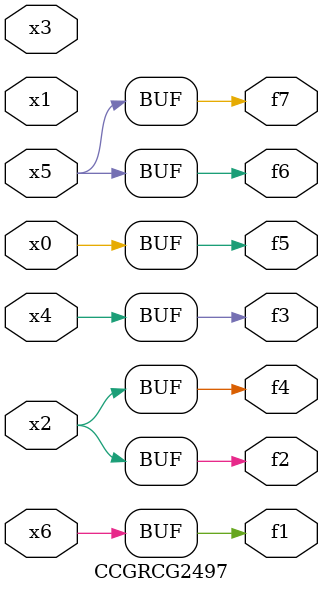
<source format=v>
module CCGRCG2497(
	input x0, x1, x2, x3, x4, x5, x6,
	output f1, f2, f3, f4, f5, f6, f7
);
	assign f1 = x6;
	assign f2 = x2;
	assign f3 = x4;
	assign f4 = x2;
	assign f5 = x0;
	assign f6 = x5;
	assign f7 = x5;
endmodule

</source>
